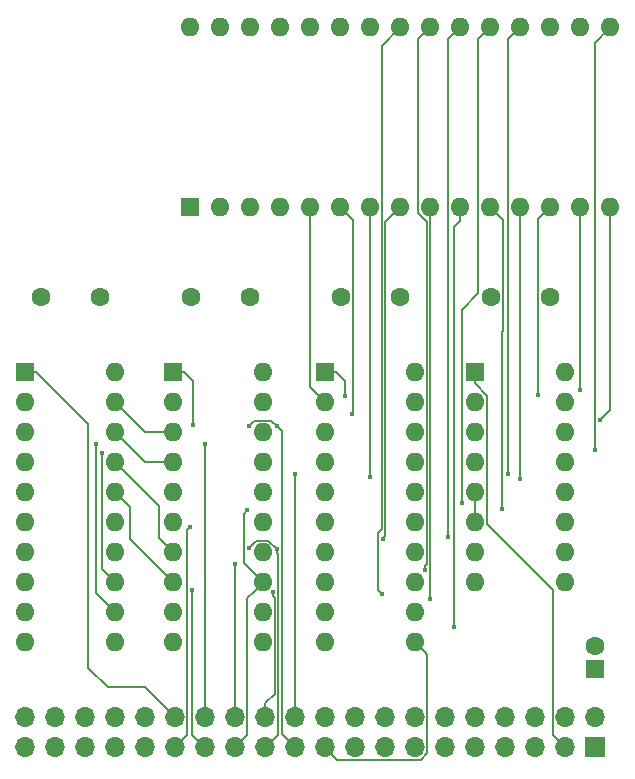
<source format=gbr>
G04 #@! TF.GenerationSoftware,KiCad,Pcbnew,(5.1.0-0)*
G04 #@! TF.CreationDate,2019-11-30T18:13:17-08:00*
G04 #@! TF.ProjectId,ArduinoSerialCard,41726475-696e-46f5-9365-7269616c4361,rev?*
G04 #@! TF.SameCoordinates,Original*
G04 #@! TF.FileFunction,Copper,L4,Bot*
G04 #@! TF.FilePolarity,Positive*
%FSLAX46Y46*%
G04 Gerber Fmt 4.6, Leading zero omitted, Abs format (unit mm)*
G04 Created by KiCad (PCBNEW (5.1.0-0)) date 2019-11-30 18:13:17*
%MOMM*%
%LPD*%
G04 APERTURE LIST*
%ADD10O,1.600000X1.600000*%
%ADD11R,1.600000X1.600000*%
%ADD12C,1.600000*%
%ADD13O,1.700000X1.700000*%
%ADD14R,1.700000X1.700000*%
%ADD15C,0.450000*%
%ADD16C,0.127000*%
G04 APERTURE END LIST*
D10*
X120650000Y-101600000D03*
X113030000Y-124460000D03*
X120650000Y-104140000D03*
X113030000Y-121920000D03*
X120650000Y-106680000D03*
X113030000Y-119380000D03*
X120650000Y-109220000D03*
X113030000Y-116840000D03*
X120650000Y-111760000D03*
X113030000Y-114300000D03*
X120650000Y-114300000D03*
X113030000Y-111760000D03*
X120650000Y-116840000D03*
X113030000Y-109220000D03*
X120650000Y-119380000D03*
X113030000Y-106680000D03*
X120650000Y-121920000D03*
X113030000Y-104140000D03*
X120650000Y-124460000D03*
D11*
X113030000Y-101600000D03*
D10*
X146050000Y-101600000D03*
X138430000Y-124460000D03*
X146050000Y-104140000D03*
X138430000Y-121920000D03*
X146050000Y-106680000D03*
X138430000Y-119380000D03*
X146050000Y-109220000D03*
X138430000Y-116840000D03*
X146050000Y-111760000D03*
X138430000Y-114300000D03*
X146050000Y-114300000D03*
X138430000Y-111760000D03*
X146050000Y-116840000D03*
X138430000Y-109220000D03*
X146050000Y-119380000D03*
X138430000Y-106680000D03*
X146050000Y-121920000D03*
X138430000Y-104140000D03*
X146050000Y-124460000D03*
D11*
X138430000Y-101600000D03*
D10*
X133180000Y-101600000D03*
X125560000Y-124460000D03*
X133180000Y-104140000D03*
X125560000Y-121920000D03*
X133180000Y-106680000D03*
X125560000Y-119380000D03*
X133180000Y-109220000D03*
X125560000Y-116840000D03*
X133180000Y-111760000D03*
X125560000Y-114300000D03*
X133180000Y-114300000D03*
X125560000Y-111760000D03*
X133180000Y-116840000D03*
X125560000Y-109220000D03*
X133180000Y-119380000D03*
X125560000Y-106680000D03*
X133180000Y-121920000D03*
X125560000Y-104140000D03*
X133180000Y-124460000D03*
D11*
X125560000Y-101600000D03*
D10*
X158750000Y-101600000D03*
X151130000Y-119380000D03*
X158750000Y-104140000D03*
X151130000Y-116840000D03*
X158750000Y-106680000D03*
X151130000Y-114300000D03*
X158750000Y-109220000D03*
X151130000Y-111760000D03*
X158750000Y-111760000D03*
X151130000Y-109220000D03*
X158750000Y-114300000D03*
X151130000Y-106680000D03*
X158750000Y-116840000D03*
X151130000Y-104140000D03*
X158750000Y-119380000D03*
D11*
X151130000Y-101600000D03*
D12*
X161290000Y-124746000D03*
D11*
X161290000Y-126746000D03*
D12*
X114380000Y-95250000D03*
X119380000Y-95250000D03*
X139780000Y-95250000D03*
X144780000Y-95250000D03*
X127080000Y-95250000D03*
X132080000Y-95250000D03*
X152480000Y-95250000D03*
X157480000Y-95250000D03*
D13*
X113030000Y-130810000D03*
X113030000Y-133350000D03*
X115570000Y-130810000D03*
X115570000Y-133350000D03*
X118110000Y-130810000D03*
X118110000Y-133350000D03*
X120650000Y-130810000D03*
X120650000Y-133350000D03*
X123190000Y-130810000D03*
X123190000Y-133350000D03*
X125730000Y-130810000D03*
X125730000Y-133350000D03*
X128270000Y-130810000D03*
X128270000Y-133350000D03*
X130810000Y-130810000D03*
X130810000Y-133350000D03*
X133350000Y-130810000D03*
X133350000Y-133350000D03*
X135890000Y-130810000D03*
X135890000Y-133350000D03*
X138430000Y-130810000D03*
X138430000Y-133350000D03*
X140970000Y-130810000D03*
X140970000Y-133350000D03*
X143510000Y-130810000D03*
X143510000Y-133350000D03*
X146050000Y-130810000D03*
X146050000Y-133350000D03*
X148590000Y-130810000D03*
X148590000Y-133350000D03*
X151130000Y-130810000D03*
X151130000Y-133350000D03*
X153670000Y-130810000D03*
X153670000Y-133350000D03*
X156210000Y-130810000D03*
X156210000Y-133350000D03*
X158750000Y-130810000D03*
X158750000Y-133350000D03*
X161290000Y-130810000D03*
D14*
X161290000Y-133350000D03*
D10*
X162560000Y-72390000D03*
X162560000Y-87630000D03*
X127000000Y-72390000D03*
X160020000Y-87630000D03*
X129540000Y-72390000D03*
X157480000Y-87630000D03*
X132080000Y-72390000D03*
X154940000Y-87630000D03*
X134620000Y-72390000D03*
X152400000Y-87630000D03*
X137160000Y-72390000D03*
X149860000Y-87630000D03*
X139700000Y-72390000D03*
X147320000Y-87630000D03*
X142240000Y-72390000D03*
X144780000Y-87630000D03*
X144780000Y-72390000D03*
X142240000Y-87630000D03*
X147320000Y-72390000D03*
X139700000Y-87630000D03*
X149860000Y-72390000D03*
X137160000Y-87630000D03*
X152400000Y-72390000D03*
X134620000Y-87630000D03*
X154940000Y-72390000D03*
X132080000Y-87630000D03*
X157480000Y-72390000D03*
X129540000Y-87630000D03*
X160020000Y-72390000D03*
D11*
X127000000Y-87630000D03*
D15*
X118999000Y-107696000D03*
X128270000Y-107696000D03*
X119507000Y-108458000D03*
X127186011Y-120003988D03*
X130810000Y-117856000D03*
X131826000Y-113284000D03*
X134009002Y-120179914D03*
X131953000Y-116459000D03*
X134366000Y-116586000D03*
X135915499Y-110210501D03*
X131953000Y-106172000D03*
X134366000Y-106172000D03*
X127000000Y-114681000D03*
X161290000Y-108204000D03*
X161671000Y-105664000D03*
X160020000Y-103124000D03*
X156464000Y-103505000D03*
X154940000Y-110617000D03*
X153416000Y-113157000D03*
X149352000Y-123190000D03*
X147320000Y-120777000D03*
X143289614Y-115706011D03*
X143251758Y-120361490D03*
X142240000Y-110490000D03*
X146904490Y-118331643D03*
X140716000Y-105156000D03*
X148844000Y-115570000D03*
X149987000Y-112649000D03*
X153924000Y-110236000D03*
X140081000Y-103632000D03*
X127254000Y-106045000D03*
D16*
X151130000Y-101600000D02*
X151130000Y-102527000D01*
X151130000Y-102527000D02*
X152170501Y-103567501D01*
X157709499Y-119990499D02*
X152170501Y-114451501D01*
X157709499Y-132309499D02*
X157709499Y-119990499D01*
X158750000Y-133350000D02*
X157709499Y-132309499D01*
X152170501Y-103567501D02*
X152170501Y-114451501D01*
X118999000Y-120269000D02*
X120650000Y-121920000D01*
X118999000Y-107696000D02*
X118999000Y-120269000D01*
X128270000Y-130810000D02*
X128270000Y-107696000D01*
X119507000Y-118237000D02*
X120650000Y-119380000D01*
X119507000Y-108458000D02*
X119507000Y-118237000D01*
X127186011Y-132266011D02*
X128270000Y-133350000D01*
X127186011Y-120003988D02*
X127186011Y-132266011D01*
X130810000Y-130810000D02*
X130810000Y-117856000D01*
X132380001Y-120179999D02*
X133180000Y-119380000D01*
X131850501Y-120709499D02*
X132380001Y-120179999D01*
X131850501Y-132309499D02*
X131850501Y-120709499D01*
X130810000Y-133350000D02*
X131850501Y-132309499D01*
X131537499Y-113572501D02*
X131537499Y-117737499D01*
X131826000Y-113284000D02*
X131537499Y-113572501D01*
X131537499Y-117737499D02*
X132380001Y-118580001D01*
X132380001Y-118580001D02*
X133180000Y-119380000D01*
X120650000Y-111760000D02*
X121920000Y-113030000D01*
X121920000Y-115740000D02*
X125560000Y-119380000D01*
X121920000Y-113030000D02*
X121920000Y-115740000D01*
X134170501Y-120659611D02*
X134009002Y-120498112D01*
X134009002Y-120498112D02*
X134009002Y-120179914D01*
X133350000Y-130810000D02*
X133350000Y-129607919D01*
X134170501Y-128787418D02*
X134170501Y-120659611D01*
X133350000Y-129607919D02*
X134170501Y-128787418D01*
X121449999Y-110019999D02*
X120650000Y-109220000D01*
X124333000Y-112903000D02*
X121449999Y-110019999D01*
X124333000Y-115613000D02*
X124333000Y-112903000D01*
X125560000Y-116840000D02*
X124333000Y-115613000D01*
X133629499Y-115849499D02*
X134366000Y-116586000D01*
X132562501Y-115849499D02*
X133629499Y-115849499D01*
X131953000Y-116459000D02*
X132562501Y-115849499D01*
X134424512Y-116962710D02*
X134366000Y-116904198D01*
X134424512Y-132275488D02*
X134424512Y-116962710D01*
X134366000Y-116904198D02*
X134366000Y-116586000D01*
X133350000Y-133350000D02*
X134424512Y-132275488D01*
X123190000Y-109220000D02*
X125560000Y-109220000D01*
X120650000Y-106680000D02*
X123190000Y-109220000D01*
X135890000Y-130810000D02*
X135890000Y-110236000D01*
X135890000Y-110236000D02*
X135915499Y-110210501D01*
X123190000Y-106680000D02*
X125560000Y-106680000D01*
X120650000Y-104140000D02*
X123190000Y-106680000D01*
X133883499Y-105689499D02*
X134366000Y-106172000D01*
X132435501Y-105689499D02*
X133883499Y-105689499D01*
X131953000Y-106172000D02*
X132435501Y-105689499D01*
X134781502Y-106587502D02*
X134366000Y-106172000D01*
X134781502Y-132241502D02*
X134781502Y-106587502D01*
X135890000Y-133350000D02*
X134781502Y-132241502D01*
X125603000Y-130683000D02*
X125730000Y-130810000D01*
X125730000Y-130810000D02*
X123190000Y-128270000D01*
X113957000Y-101600000D02*
X118364000Y-106007000D01*
X113030000Y-101600000D02*
X113957000Y-101600000D01*
X118364000Y-106007000D02*
X118364000Y-126619000D01*
X118364000Y-126619000D02*
X120015000Y-128270000D01*
X123190000Y-128270000D02*
X120015000Y-128270000D01*
X151130000Y-111760000D02*
X151130000Y-114300000D01*
X127000000Y-114681000D02*
X126711499Y-114969501D01*
X126770501Y-118076503D02*
X126711499Y-118017501D01*
X125730000Y-133350000D02*
X126770501Y-132309499D01*
X126711499Y-114969501D02*
X126711499Y-118017501D01*
X126770501Y-132309499D02*
X126770501Y-118076503D01*
X161255498Y-107788498D02*
X161255498Y-73694502D01*
X161255498Y-73694502D02*
X162560000Y-72390000D01*
X161290000Y-107823000D02*
X161255498Y-107788498D01*
X161290000Y-108204000D02*
X161290000Y-107823000D01*
X162560000Y-87630000D02*
X162560000Y-104775000D01*
X162560000Y-104775000D02*
X161671000Y-105664000D01*
X160020000Y-87630000D02*
X160020000Y-103124000D01*
X156464000Y-88646000D02*
X157480000Y-87630000D01*
X156464000Y-103505000D02*
X156464000Y-88646000D01*
X154940000Y-110617000D02*
X154940000Y-110744000D01*
X154940000Y-110744000D02*
X154940000Y-87630000D01*
X153470501Y-98116499D02*
X153416000Y-98171000D01*
X153470501Y-88700501D02*
X153470501Y-98116499D01*
X152400000Y-87630000D02*
X153470501Y-88700501D01*
X153416000Y-98171000D02*
X153416000Y-113157000D01*
X149860000Y-88761370D02*
X149352000Y-89269370D01*
X149860000Y-87630000D02*
X149860000Y-88761370D01*
X149352000Y-89269370D02*
X149352000Y-93345000D01*
X149352000Y-93345000D02*
X149352000Y-123190000D01*
X147320000Y-87630000D02*
X147320000Y-120777000D01*
X143533690Y-88876310D02*
X143533690Y-115461935D01*
X144780000Y-87630000D02*
X143533690Y-88876310D01*
X143533690Y-115461935D02*
X143514613Y-115481012D01*
X143514613Y-115481012D02*
X143289614Y-115706011D01*
X143245189Y-114858718D02*
X142874113Y-115229794D01*
X143245189Y-73924811D02*
X143245189Y-114858718D01*
X143026759Y-120136491D02*
X143251758Y-120361490D01*
X142874113Y-119983845D02*
X143026759Y-120136491D01*
X144780000Y-72390000D02*
X143245189Y-73924811D01*
X142874113Y-115229794D02*
X142874113Y-119983845D01*
X142240000Y-87630000D02*
X142240000Y-88761370D01*
X142240000Y-88761370D02*
X142240000Y-110490000D01*
X146904490Y-118013445D02*
X146904490Y-118331643D01*
X147320000Y-72390000D02*
X146329499Y-73380501D01*
X147065989Y-117851946D02*
X146904490Y-118013445D01*
X146329499Y-73380501D02*
X146329499Y-88105441D01*
X147065989Y-88841931D02*
X147065989Y-117851946D01*
X146329499Y-88105441D02*
X147065989Y-88841931D01*
X140770501Y-105101499D02*
X140716000Y-105156000D01*
X140770501Y-88700501D02*
X140770501Y-105101499D01*
X139700000Y-87630000D02*
X140770501Y-88700501D01*
X148844000Y-73406000D02*
X148844000Y-115570000D01*
X149860000Y-72390000D02*
X148844000Y-73406000D01*
X137160000Y-102870000D02*
X138430000Y-104140000D01*
X137160000Y-87630000D02*
X137160000Y-102870000D01*
X149987000Y-96277058D02*
X149987000Y-112649000D01*
X151409499Y-73380501D02*
X151409499Y-94854559D01*
X151409499Y-94854559D02*
X149987000Y-96277058D01*
X152400000Y-72390000D02*
X151409499Y-73380501D01*
X153924000Y-73406000D02*
X153924000Y-110236000D01*
X154940000Y-72390000D02*
X153924000Y-73406000D01*
X146849999Y-125259999D02*
X146050000Y-124460000D01*
X147090501Y-125500501D02*
X146849999Y-125259999D01*
X147090501Y-133849441D02*
X147090501Y-125500501D01*
X146549441Y-134390501D02*
X147090501Y-133849441D01*
X139470501Y-134390501D02*
X146549441Y-134390501D01*
X138430000Y-133350000D02*
X139470501Y-134390501D01*
X139357000Y-101600000D02*
X138430000Y-101600000D01*
X140081000Y-102324000D02*
X139357000Y-101600000D01*
X140081000Y-103632000D02*
X140081000Y-102324000D01*
X126487000Y-101600000D02*
X125560000Y-101600000D01*
X127254000Y-102367000D02*
X126487000Y-101600000D01*
X127254000Y-106045000D02*
X127254000Y-102367000D01*
M02*

</source>
